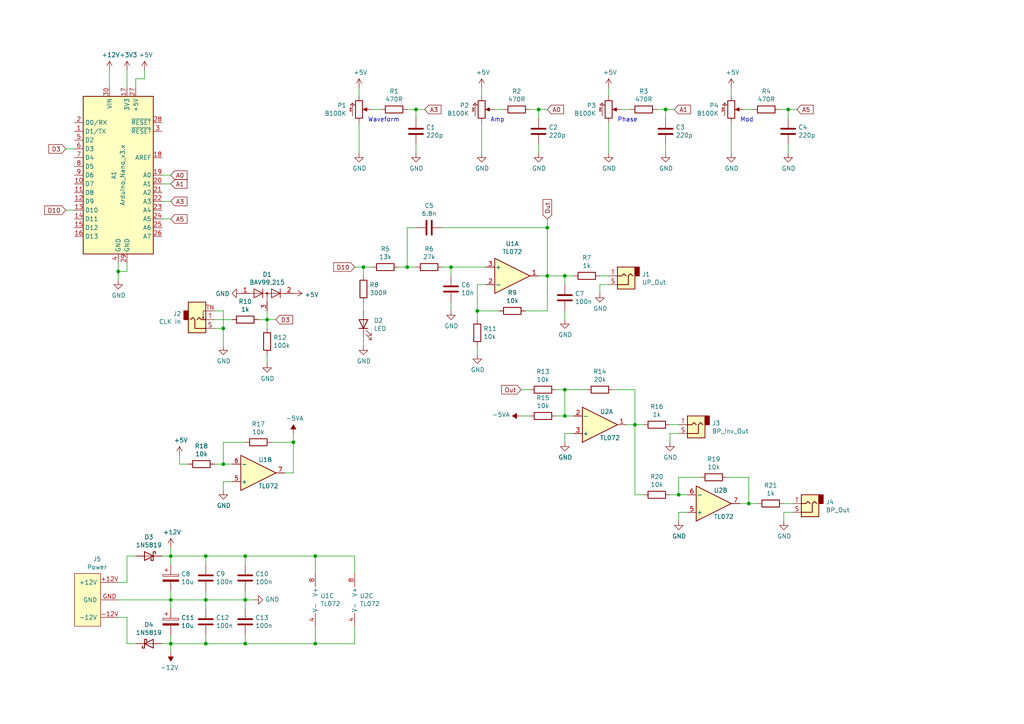
<source format=kicad_sch>
(kicad_sch (version 20211123) (generator eeschema)
  (paper "A4")
  (lib_symbols
    (symbol "Amplifier_Operational:TL072" (pin_names (offset 0.127))
      (property "Reference" "U" (at 0 5.08 0))
      (property "Value" "TL072" (at 0 -5.08 0))
      (symbol "TL072_1_1"
        (polyline (pts (xy -5.08 5.08) (xy 5.08 0) (xy -5.08 -5.08) (xy -5.08 5.08)) (stroke (width 0.254)) (fill (type background)))
        (pin output line (at 7.62 0 180) (length 2.54) (name "~") (number "1"))
        (pin input line (at -7.62 -2.54 0) (length 2.54) (name "-") (number "2"))
        (pin input line (at -7.62 2.54 0) (length 2.54) (name "+") (number "3"))
      )
      (symbol "TL072_2_1"
        (polyline (pts (xy -5.08 5.08) (xy 5.08 0) (xy -5.08 -5.08) (xy -5.08 5.08)) (stroke (width 0.254)) (fill (type background)))
        (pin input line (at -7.62 2.54 0) (length 2.54) (name "+") (number "5"))
        (pin input line (at -7.62 -2.54 0) (length 2.54) (name "-") (number "6"))
        (pin output line (at 7.62 0 180) (length 2.54) (name "~") (number "7"))
      )
      (symbol "TL072_3_1"
        (pin power_in line (at -2.54 -7.62 90) (length 3.81) (name "V-") (number "4"))
        (pin power_in line (at -2.54 7.62 270) (length 3.81) (name "V+") (number "8"))
      )
    )
    (symbol "Connector:AudioJack2"
      (property "Reference" "J" (at 0 8.89 0))
      (property "Value" "AudioJack2" (at 0 6.35 0))
      (symbol "AudioJack2_0_1"
        (rectangle (start -3.81 0) (end -2.54 -2.54) (stroke (width 0.254)) (fill (type outline)))
        (rectangle (start -2.54 3.81) (end 2.54 -2.54) (stroke (width 0.254)) (fill (type background)))
        (polyline (pts (xy 0 0) (xy 0.635 -0.635) (xy 1.27 0) (xy 2.54 0)) (stroke (width 0.254)))
        (polyline (pts (xy 2.54 2.54) (xy -0.635 2.54) (xy -0.635 0) (xy -1.27 -0.635) (xy -1.905 0)) (stroke (width 0.254)))
      )
      (symbol "AudioJack2_1_1"
        (pin passive line (at 5.08 2.54 180) (length 2.54) (name "~") (number "S"))
        (pin passive line (at 5.08 0 180) (length 2.54) (name "~") (number "T"))
      )
    )
    (symbol "Connector:AudioJack2_SwitchT"
      (property "Reference" "J" (at 0 8.89 0))
      (property "Value" "AudioJack2_SwitchT" (at 0 6.35 0))
      (symbol "AudioJack2_SwitchT_0_1"
        (rectangle (start -2.54 0) (end -3.81 -2.54) (stroke (width 0.254)) (fill (type outline)))
        (polyline (pts (xy 1.778 -0.254) (xy 2.032 -0.762)))
        (polyline (pts (xy 0 0) (xy 0.635 -0.635) (xy 1.27 0) (xy 2.54 0)) (stroke (width 0.254)))
        (polyline (pts (xy 2.54 -2.54) (xy 1.778 -2.54) (xy 1.778 -0.254) (xy 1.524 -0.762)))
        (polyline (pts (xy 2.54 2.54) (xy -0.635 2.54) (xy -0.635 0) (xy -1.27 -0.635) (xy -1.905 0)) (stroke (width 0.254)))
        (rectangle (start 2.54 3.81) (end -2.54 -5.08) (stroke (width 0.254)) (fill (type background)))
      )
      (symbol "AudioJack2_SwitchT_1_1"
        (pin passive line (at 5.08 2.54 180) (length 2.54) (name "~") (number "S"))
        (pin passive line (at 5.08 0 180) (length 2.54) (name "~") (number "T"))
        (pin passive line (at 5.08 -2.54 180) (length 2.54) (name "~") (number "TN"))
      )
    )
    (symbol "Device:C" (pin_numbers hide) (pin_names (offset 0.254))
      (property "Reference" "C" (at 0.635 2.54 0))
      (property "Value" "C" (at 0.635 -2.54 0))
      (symbol "C_0_1"
        (polyline (pts (xy -2.032 -0.762) (xy 2.032 -0.762)) (stroke (width 0.508)))
        (polyline (pts (xy -2.032 0.762) (xy 2.032 0.762)) (stroke (width 0.508)))
      )
      (symbol "C_1_1"
        (pin passive line (at 0 3.81 270) (length 2.794) (name "~") (number "1"))
        (pin passive line (at 0 -3.81 90) (length 2.794) (name "~") (number "2"))
      )
    )
    (symbol "Device:C_Polarized" (pin_numbers hide) (pin_names (offset 0.254))
      (property "Reference" "C" (at 0.635 2.54 0))
      (property "Value" "C_Polarized" (at 0.635 -2.54 0))
      (symbol "C_Polarized_0_1"
        (rectangle (start -2.286 0.508) (end 2.286 1.016))
        (polyline (pts (xy -1.778 2.286) (xy -0.762 2.286)))
        (polyline (pts (xy -1.27 2.794) (xy -1.27 1.778)))
        (rectangle (start 2.286 -0.508) (end -2.286 -1.016) (fill (type outline)))
      )
      (symbol "C_Polarized_1_1"
        (pin passive line (at 0 3.81 270) (length 2.794) (name "~") (number "1"))
        (pin passive line (at 0 -3.81 90) (length 2.794) (name "~") (number "2"))
      )
    )
    (symbol "Device:LED" (pin_numbers hide) (pin_names (offset 1.016) hide)
      (property "Reference" "D" (at 0 2.54 0))
      (property "Value" "LED" (at 0 -2.54 0))
      (symbol "LED_0_1"
        (polyline (pts (xy -1.27 -1.27) (xy -1.27 1.27)) (stroke (width 0.254)))
        (polyline (pts (xy -1.27 0) (xy 1.27 0)))
        (polyline (pts (xy 1.27 -1.27) (xy 1.27 1.27) (xy -1.27 0) (xy 1.27 -1.27)) (stroke (width 0.254)))
        (polyline (pts (xy -3.048 -0.762) (xy -4.572 -2.286) (xy -3.81 -2.286) (xy -4.572 -2.286) (xy -4.572 -1.524)))
        (polyline (pts (xy -1.778 -0.762) (xy -3.302 -2.286) (xy -2.54 -2.286) (xy -3.302 -2.286) (xy -3.302 -1.524)))
      )
      (symbol "LED_1_1"
        (pin passive line (at -3.81 0 0) (length 2.54) (name "K") (number "1"))
        (pin passive line (at 3.81 0 180) (length 2.54) (name "A") (number "2"))
      )
    )
    (symbol "Device:R" (pin_numbers hide) (pin_names (offset 0))
      (property "Reference" "R" (at 2.032 0 90))
      (property "Value" "R" (at 0 0 90))
      (symbol "R_0_1"
        (rectangle (start -1.016 -2.54) (end 1.016 2.54) (stroke (width 0.254)))
      )
      (symbol "R_1_1"
        (pin passive line (at 0 3.81 270) (length 1.27) (name "~") (number "1"))
        (pin passive line (at 0 -3.81 90) (length 1.27) (name "~") (number "2"))
      )
    )
    (symbol "Device_Additional:R_POT" (pin_names (offset 1.016))
      (property "Reference" "P" (at -5.715 0 90))
      (property "Value" "R_POT" (at -3.81 0 90))
      (symbol "R_POT_0_0"
        (text "cw" (at -2.54 0 900) (effects (font (size 0.635 0.635))))
      )
      (symbol "R_POT_0_1"
        (polyline (pts (xy -1.905 -1.905) (xy -1.905 1.905) (xy -2.54 1.27) (xy -1.27 1.27) (xy -1.905 1.905)))
      )
      (symbol "R_POT_1_1"
        (polyline (pts (xy 2.54 0) (xy 1.524 0)))
        (polyline (pts (xy 1.143 0) (xy 2.286 0.508) (xy 2.286 -0.508) (xy 1.143 0)) (fill (type outline)))
        (rectangle (start 1.016 2.54) (end -1.016 -2.54) (stroke (width 0.254)))
        (pin passive line (at 0 -3.81 90) (length 1.27) (name "CCW") (number "CCW"))
        (pin passive line (at 0 3.81 270) (length 1.27) (name "CW") (number "CW"))
        (pin passive line (at 3.81 0 180) (length 1.27) (name "W") (number "W"))
      )
    )
    (symbol "Diode:1N5817" (pin_numbers hide) (pin_names (offset 1.016) hide)
      (property "Reference" "D" (at 0 2.54 0))
      (property "Value" "1N5817" (at 0 -2.54 0))
      (symbol "1N5817_0_1"
        (polyline (pts (xy 1.27 0) (xy -1.27 0)))
        (polyline (pts (xy 1.27 1.27) (xy 1.27 -1.27) (xy -1.27 0) (xy 1.27 1.27)) (stroke (width 0.254)))
        (polyline (pts (xy -1.905 0.635) (xy -1.905 1.27) (xy -1.27 1.27) (xy -1.27 -1.27) (xy -0.635 -1.27) (xy -0.635 -0.635)) (stroke (width 0.254)))
      )
      (symbol "1N5817_1_1"
        (pin passive line (at -3.81 0 0) (length 2.54) (name "K") (number "1"))
        (pin passive line (at 3.81 0 180) (length 2.54) (name "A") (number "2"))
      )
    )
    (symbol "Diode:BAV99" (pin_names hide)
      (property "Reference" "D" (at 0 5.08 0))
      (property "Value" "BAV99" (at 0 2.54 0))
      (symbol "BAV99_0_1"
        (polyline (pts (xy -5.08 0) (xy 5.08 0)))
      )
      (symbol "BAV99_1_1"
        (polyline (pts (xy 0 0) (xy 0 -2.54)))
        (polyline (pts (xy -1.27 -1.27) (xy -1.27 1.27) (xy -1.27 1.27)) (stroke (width 0.2032)))
        (polyline (pts (xy 3.81 1.27) (xy 3.81 -1.27) (xy 3.81 -1.27)) (stroke (width 0.2032)))
        (polyline (pts (xy -3.81 1.27) (xy -1.27 0) (xy -3.81 -1.27) (xy -3.81 1.27) (xy -3.81 1.27) (xy -3.81 1.27)) (stroke (width 0.2032)))
        (polyline (pts (xy 1.27 1.27) (xy 3.81 0) (xy 1.27 -1.27) (xy 1.27 1.27) (xy 1.27 1.27) (xy 1.27 1.27)) (stroke (width 0.2032)))
        (circle (center 0 0) (radius 0.254) (fill (type outline)))
        (pin passive line (at -7.62 0 0) (length 2.54) (name "K") (number "1"))
        (pin passive line (at 7.62 0 180) (length 2.54) (name "A") (number "2"))
        (pin passive line (at 0 -5.08 90) (length 2.54) (name "K") (number "3"))
      )
    )
    (symbol "Eurorack_Synth:Power_2x5" (pin_names (offset 1.016))
      (property "Reference" "J" (at 0 10.16 0))
      (property "Value" "Power_2x5" (at 0 8.89 0))
      (symbol "Power_2x5_0_1"
        (rectangle (start 3.81 7.62) (end -3.81 -7.62) (fill (type background)))
      )
      (symbol "Power_2x5_1_1"
        (pin power_out line (at 8.89 5.08 180) (length 5.08) (name "+12V") (number "+12V"))
        (pin power_out line (at 8.89 -5.08 180) (length 5.08) (name "-12V") (number "-12V"))
        (pin power_out line (at 8.89 0 180) (length 5.08) (name "GND") (number "GND"))
      )
    )
    (symbol "MCU_Module:Arduino_Nano_v3.x"
      (property "Reference" "A" (at -10.16 23.495 0))
      (property "Value" "Arduino_Nano_v3.x" (at 5.08 -24.13 0))
      (symbol "Arduino_Nano_v3.x_0_1"
        (rectangle (start -10.16 22.86) (end 10.16 -22.86) (stroke (width 0.254)) (fill (type background)))
      )
      (symbol "Arduino_Nano_v3.x_1_1"
        (pin bidirectional line (at -12.7 12.7 0) (length 2.54) (name "D1/TX") (number "1"))
        (pin bidirectional line (at -12.7 -2.54 0) (length 2.54) (name "D7") (number "10"))
        (pin bidirectional line (at -12.7 -5.08 0) (length 2.54) (name "D8") (number "11"))
        (pin bidirectional line (at -12.7 -7.62 0) (length 2.54) (name "D9") (number "12"))
        (pin bidirectional line (at -12.7 -10.16 0) (length 2.54) (name "D10") (number "13"))
        (pin bidirectional line (at -12.7 -12.7 0) (length 2.54) (name "D11") (number "14"))
        (pin bidirectional line (at -12.7 -15.24 0) (length 2.54) (name "D12") (number "15"))
        (pin bidirectional line (at -12.7 -17.78 0) (length 2.54) (name "D13") (number "16"))
        (pin power_out line (at 2.54 25.4 270) (length 2.54) (name "3V3") (number "17"))
        (pin input line (at 12.7 5.08 180) (length 2.54) (name "AREF") (number "18"))
        (pin bidirectional line (at 12.7 0 180) (length 2.54) (name "A0") (number "19"))
        (pin bidirectional line (at -12.7 15.24 0) (length 2.54) (name "D0/RX") (number "2"))
        (pin bidirectional line (at 12.7 -2.54 180) (length 2.54) (name "A1") (number "20"))
        (pin bidirectional line (at 12.7 -5.08 180) (length 2.54) (name "A2") (number "21"))
        (pin bidirectional line (at 12.7 -7.62 180) (length 2.54) (name "A3") (number "22"))
        (pin bidirectional line (at 12.7 -10.16 180) (length 2.54) (name "A4") (number "23"))
        (pin bidirectional line (at 12.7 -12.7 180) (length 2.54) (name "A5") (number "24"))
        (pin bidirectional line (at 12.7 -15.24 180) (length 2.54) (name "A6") (number "25"))
        (pin bidirectional line (at 12.7 -17.78 180) (length 2.54) (name "A7") (number "26"))
        (pin power_out line (at 5.08 25.4 270) (length 2.54) (name "+5V") (number "27"))
        (pin input line (at 12.7 15.24 180) (length 2.54) (name "~{RESET}") (number "28"))
        (pin power_in line (at 2.54 -25.4 90) (length 2.54) (name "GND") (number "29"))
        (pin input line (at 12.7 12.7 180) (length 2.54) (name "~{RESET}") (number "3"))
        (pin power_in line (at -2.54 25.4 270) (length 2.54) (name "VIN") (number "30"))
        (pin power_in line (at 0 -25.4 90) (length 2.54) (name "GND") (number "4"))
        (pin bidirectional line (at -12.7 10.16 0) (length 2.54) (name "D2") (number "5"))
        (pin bidirectional line (at -12.7 7.62 0) (length 2.54) (name "D3") (number "6"))
        (pin bidirectional line (at -12.7 5.08 0) (length 2.54) (name "D4") (number "7"))
        (pin bidirectional line (at -12.7 2.54 0) (length 2.54) (name "D5") (number "8"))
        (pin bidirectional line (at -12.7 0 0) (length 2.54) (name "D6") (number "9"))
      )
    )
    (symbol "power:+12V" (power) (pin_names (offset 0))
      (property "Value" "+12V" (at 0 3.556 0))
      (symbol "+12V_0_1"
        (polyline (pts (xy -0.762 1.27) (xy 0 2.54)))
        (polyline (pts (xy 0 0) (xy 0 2.54)))
        (polyline (pts (xy 0 2.54) (xy 0.762 1.27)))
      )
      (symbol "+12V_1_1"
        (pin power_in line (at 0 0 90) (length 0) hide (name "+12V") (number "1"))
      )
    )
    (symbol "power:+3.3V" (power) (pin_names (offset 0))
      (property "Value" "+3.3V" (at 0 3.556 0))
      (symbol "+3.3V_0_1"
        (polyline (pts (xy -0.762 1.27) (xy 0 2.54)))
        (polyline (pts (xy 0 0) (xy 0 2.54)))
        (polyline (pts (xy 0 2.54) (xy 0.762 1.27)))
      )
      (symbol "+3.3V_1_1"
        (pin power_in line (at 0 0 90) (length 0) hide (name "+3V3") (number "1"))
      )
    )
    (symbol "power:+5V" (power) (pin_names (offset 0))
      (property "Value" "+5V" (at 0 3.556 0))
      (symbol "+5V_0_1"
        (polyline (pts (xy -0.762 1.27) (xy 0 2.54)))
        (polyline (pts (xy 0 0) (xy 0 2.54)))
        (polyline (pts (xy 0 2.54) (xy 0.762 1.27)))
      )
      (symbol "+5V_1_1"
        (pin power_in line (at 0 0 90) (length 0) hide (name "+5V") (number "1"))
      )
    )
    (symbol "power:-12V" (power) (pin_names (offset 0))
      (property "Value" "-12V" (at 0 3.81 0))
      (symbol "-12V_0_0"
        (pin power_in line (at 0 0 90) (length 0) hide (name "-12V") (number "1"))
      )
      (symbol "-12V_0_1"
        (polyline (pts (xy 0 0) (xy 0 1.27) (xy 0.762 1.27) (xy 0 2.54) (xy -0.762 1.27) (xy 0 1.27)) (fill (type outline)))
      )
    )
    (symbol "power:-5VA" (power) (pin_names (offset 0))
      (property "Value" "-5VA" (at 0 3.81 0))
      (symbol "-5VA_0_0"
        (pin power_in line (at 0 0 90) (length 0) hide (name "-5VA") (number "1"))
      )
      (symbol "-5VA_0_1"
        (polyline (pts (xy 0 0) (xy 0 1.27) (xy 0.762 1.27) (xy 0 2.54) (xy -0.762 1.27) (xy 0 1.27)) (fill (type outline)))
      )
    )
    (symbol "power:GND" (power) (pin_names (offset 0))
      (property "Value" "GND" (at 0 -3.81 0))
      (symbol "GND_0_1"
        (polyline (pts (xy 0 0) (xy 0 -1.27) (xy 1.27 -1.27) (xy 0 -2.54) (xy -1.27 -1.27) (xy 0 -1.27)))
      )
      (symbol "GND_1_1"
        (pin power_in line (at 0 0 270) (length 0) hide (name "GND") (number "1"))
      )
    )
  )
  (junction (at 193.04 31.75))
  (junction (at 71.12 186.69))
  (junction (at 196.85 143.51))
  (junction (at 163.83 80.01))
  (junction (at 158.75 80.01))
  (junction (at 105.41 77.47))
  (junction (at 118.11 77.47))
  (junction (at 156.21 31.75))
  (junction (at 71.12 173.99))
  (junction (at 91.44 161.29))
  (junction (at 163.83 113.03))
  (junction (at 49.53 186.69))
  (junction (at 71.12 161.29))
  (junction (at 217.17 146.05))
  (junction (at 34.29 78.74))
  (junction (at 184.15 123.19))
  (junction (at 228.6 31.75))
  (junction (at 64.77 134.62))
  (junction (at 120.65 31.75))
  (junction (at 49.53 173.99))
  (junction (at 64.77 95.25))
  (junction (at 59.69 186.69))
  (junction (at 85.09 128.27))
  (junction (at 59.69 161.29))
  (junction (at 49.53 161.29))
  (junction (at 158.75 66.04))
  (junction (at 59.69 173.99))
  (junction (at 130.81 77.47))
  (junction (at 91.44 186.69))
  (junction (at 77.47 92.71))
  (junction (at 138.43 90.17))
  (junction (at 163.83 120.65))
  (wire (pts (xy 152.4 90.17) (xy 158.75 90.17)))
  (wire (pts (xy 36.83 25.4) (xy 36.83 20.32)))
  (wire (pts (xy 226.06 31.75) (xy 228.6 31.75)))
  (wire (pts (xy 39.37 186.69) (xy 36.83 186.69)))
  (wire (pts (xy 196.85 138.43) (xy 203.2 138.43)))
  (wire (pts (xy 73.66 173.99) (xy 71.12 173.99)))
  (wire (pts (xy 105.41 97.79) (xy 105.41 100.33)))
  (wire (pts (xy 34.29 78.74) (xy 34.29 81.28)))
  (wire (pts (xy 46.99 63.5) (xy 49.53 63.5)))
  (wire (pts (xy 228.6 41.91) (xy 228.6 44.45)))
  (wire (pts (xy 186.69 123.19) (xy 184.15 123.19)))
  (wire (pts (xy 156.21 31.75) (xy 156.21 34.29)))
  (wire (pts (xy 144.78 90.17) (xy 138.43 90.17)))
  (wire (pts (xy 59.69 161.29) (xy 59.69 163.83)))
  (wire (pts (xy 151.13 120.65) (xy 153.67 120.65)))
  (wire (pts (xy 229.87 148.59) (xy 227.33 148.59)))
  (wire (pts (xy 59.69 184.15) (xy 59.69 186.69)))
  (wire (pts (xy 196.85 123.19) (xy 194.31 123.19)))
  (wire (pts (xy 91.44 186.69) (xy 91.44 181.61)))
  (wire (pts (xy 184.15 143.51) (xy 186.69 143.51)))
  (wire (pts (xy 46.99 53.34) (xy 49.53 53.34)))
  (wire (pts (xy 59.69 161.29) (xy 71.12 161.29)))
  (wire (pts (xy 193.04 31.75) (xy 193.04 34.29)))
  (wire (pts (xy 36.83 161.29) (xy 39.37 161.29)))
  (wire (pts (xy 107.95 31.75) (xy 110.49 31.75)))
  (wire (pts (xy 158.75 80.01) (xy 156.21 80.01)))
  (wire (pts (xy 64.77 128.27) (xy 64.77 134.62)))
  (wire (pts (xy 64.77 90.17) (xy 64.77 95.25)))
  (wire (pts (xy 102.87 161.29) (xy 102.87 166.37)))
  (wire (pts (xy 228.6 31.75) (xy 231.14 31.75)))
  (wire (pts (xy 158.75 63.5) (xy 158.75 66.04)))
  (wire (pts (xy 130.81 87.63) (xy 130.81 90.17)))
  (wire (pts (xy 102.87 77.47) (xy 105.41 77.47)))
  (wire (pts (xy 49.53 186.69) (xy 49.53 184.15)))
  (wire (pts (xy 227.33 146.05) (xy 229.87 146.05)))
  (wire (pts (xy 62.23 95.25) (xy 64.77 95.25)))
  (wire (pts (xy 34.29 173.99) (xy 49.53 173.99)))
  (wire (pts (xy 71.12 171.45) (xy 71.12 173.99)))
  (wire (pts (xy 64.77 128.27) (xy 71.12 128.27)))
  (wire (pts (xy 161.29 113.03) (xy 163.83 113.03)))
  (wire (pts (xy 71.12 161.29) (xy 71.12 163.83)))
  (wire (pts (xy 196.85 143.51) (xy 196.85 138.43)))
  (wire (pts (xy 217.17 146.05) (xy 214.63 146.05)))
  (wire (pts (xy 49.53 173.99) (xy 59.69 173.99)))
  (wire (pts (xy 64.77 95.25) (xy 64.77 100.33)))
  (wire (pts (xy 143.51 31.75) (xy 146.05 31.75)))
  (wire (pts (xy 138.43 90.17) (xy 138.43 92.71)))
  (wire (pts (xy 163.83 120.65) (xy 166.37 120.65)))
  (wire (pts (xy 139.7 25.4) (xy 139.7 27.94)))
  (wire (pts (xy 71.12 184.15) (xy 71.12 186.69)))
  (wire (pts (xy 130.81 77.47) (xy 130.81 80.01)))
  (wire (pts (xy 52.07 134.62) (xy 54.61 134.62)))
  (wire (pts (xy 34.29 168.91) (xy 36.83 168.91)))
  (wire (pts (xy 80.01 92.71) (xy 77.47 92.71)))
  (wire (pts (xy 138.43 82.55) (xy 138.43 90.17)))
  (wire (pts (xy 19.05 43.18) (xy 21.59 43.18)))
  (wire (pts (xy 140.97 82.55) (xy 138.43 82.55)))
  (wire (pts (xy 120.65 66.04) (xy 118.11 66.04)))
  (wire (pts (xy 104.14 25.4) (xy 104.14 27.94)))
  (wire (pts (xy 49.53 161.29) (xy 49.53 163.83)))
  (wire (pts (xy 199.39 148.59) (xy 196.85 148.59)))
  (wire (pts (xy 34.29 76.2) (xy 34.29 78.74)))
  (wire (pts (xy 49.53 158.75) (xy 49.53 161.29)))
  (wire (pts (xy 34.29 78.74) (xy 36.83 78.74)))
  (wire (pts (xy 46.99 50.8) (xy 49.53 50.8)))
  (wire (pts (xy 161.29 120.65) (xy 163.83 120.65)))
  (wire (pts (xy 71.12 186.69) (xy 91.44 186.69)))
  (wire (pts (xy 77.47 90.17) (xy 77.47 92.71)))
  (wire (pts (xy 19.05 60.96) (xy 21.59 60.96)))
  (wire (pts (xy 105.41 87.63) (xy 105.41 90.17)))
  (wire (pts (xy 120.65 31.75) (xy 120.65 34.29)))
  (wire (pts (xy 64.77 139.7) (xy 64.77 142.24)))
  (wire (pts (xy 105.41 77.47) (xy 105.41 80.01)))
  (wire (pts (xy 227.33 148.59) (xy 227.33 151.13)))
  (wire (pts (xy 210.82 138.43) (xy 217.17 138.43)))
  (wire (pts (xy 36.83 186.69) (xy 36.83 179.07)))
  (wire (pts (xy 156.21 41.91) (xy 156.21 44.45)))
  (wire (pts (xy 62.23 92.71) (xy 67.31 92.71)))
  (wire (pts (xy 180.34 31.75) (xy 182.88 31.75)))
  (wire (pts (xy 67.31 139.7) (xy 64.77 139.7)))
  (wire (pts (xy 52.07 132.08) (xy 52.07 134.62)))
  (wire (pts (xy 163.83 80.01) (xy 163.83 82.55)))
  (wire (pts (xy 39.37 25.4) (xy 39.37 22.86)))
  (wire (pts (xy 153.67 31.75) (xy 156.21 31.75)))
  (wire (pts (xy 118.11 77.47) (xy 120.65 77.47)))
  (wire (pts (xy 217.17 138.43) (xy 217.17 146.05)))
  (wire (pts (xy 193.04 31.75) (xy 195.58 31.75)))
  (wire (pts (xy 158.75 66.04) (xy 158.75 80.01)))
  (wire (pts (xy 140.97 77.47) (xy 130.81 77.47)))
  (wire (pts (xy 62.23 134.62) (xy 64.77 134.62)))
  (wire (pts (xy 74.93 92.71) (xy 77.47 92.71)))
  (wire (pts (xy 62.23 90.17) (xy 64.77 90.17)))
  (wire (pts (xy 163.83 125.73) (xy 163.83 128.27)))
  (wire (pts (xy 104.14 35.56) (xy 104.14 44.45)))
  (wire (pts (xy 128.27 66.04) (xy 158.75 66.04)))
  (wire (pts (xy 91.44 161.29) (xy 91.44 166.37)))
  (wire (pts (xy 118.11 66.04) (xy 118.11 77.47)))
  (wire (pts (xy 138.43 100.33) (xy 138.43 102.87)))
  (wire (pts (xy 49.53 171.45) (xy 49.53 173.99)))
  (wire (pts (xy 176.53 80.01) (xy 173.99 80.01)))
  (wire (pts (xy 166.37 80.01) (xy 163.83 80.01)))
  (wire (pts (xy 64.77 134.62) (xy 67.31 134.62)))
  (wire (pts (xy 59.69 171.45) (xy 59.69 173.99)))
  (wire (pts (xy 49.53 173.99) (xy 49.53 176.53)))
  (wire (pts (xy 151.13 113.03) (xy 153.67 113.03)))
  (wire (pts (xy 193.04 41.91) (xy 193.04 44.45)))
  (wire (pts (xy 102.87 186.69) (xy 102.87 181.61)))
  (wire (pts (xy 85.09 137.16) (xy 82.55 137.16)))
  (wire (pts (xy 36.83 168.91) (xy 36.83 161.29)))
  (wire (pts (xy 71.12 161.29) (xy 91.44 161.29)))
  (wire (pts (xy 176.53 25.4) (xy 176.53 27.94)))
  (wire (pts (xy 77.47 92.71) (xy 77.47 95.25)))
  (wire (pts (xy 36.83 179.07) (xy 34.29 179.07)))
  (wire (pts (xy 156.21 31.75) (xy 158.75 31.75)))
  (wire (pts (xy 49.53 161.29) (xy 59.69 161.29)))
  (wire (pts (xy 184.15 123.19) (xy 184.15 143.51)))
  (wire (pts (xy 46.99 58.42) (xy 49.53 58.42)))
  (wire (pts (xy 184.15 123.19) (xy 181.61 123.19)))
  (wire (pts (xy 91.44 186.69) (xy 102.87 186.69)))
  (wire (pts (xy 217.17 146.05) (xy 219.71 146.05)))
  (wire (pts (xy 163.83 90.17) (xy 163.83 92.71)))
  (wire (pts (xy 36.83 78.74) (xy 36.83 76.2)))
  (wire (pts (xy 118.11 31.75) (xy 120.65 31.75)))
  (wire (pts (xy 177.8 113.03) (xy 184.15 113.03)))
  (wire (pts (xy 215.9 31.75) (xy 218.44 31.75)))
  (wire (pts (xy 115.57 77.47) (xy 118.11 77.47)))
  (wire (pts (xy 190.5 31.75) (xy 193.04 31.75)))
  (wire (pts (xy 91.44 161.29) (xy 102.87 161.29)))
  (wire (pts (xy 120.65 31.75) (xy 123.19 31.75)))
  (wire (pts (xy 166.37 125.73) (xy 163.83 125.73)))
  (wire (pts (xy 194.31 143.51) (xy 196.85 143.51)))
  (wire (pts (xy 85.09 125.73) (xy 85.09 128.27)))
  (wire (pts (xy 163.83 113.03) (xy 170.18 113.03)))
  (wire (pts (xy 71.12 173.99) (xy 59.69 173.99)))
  (wire (pts (xy 77.47 102.87) (xy 77.47 105.41)))
  (wire (pts (xy 105.41 77.47) (xy 107.95 77.47)))
  (wire (pts (xy 196.85 143.51) (xy 199.39 143.51)))
  (wire (pts (xy 196.85 125.73) (xy 194.31 125.73)))
  (wire (pts (xy 212.09 25.4) (xy 212.09 27.94)))
  (wire (pts (xy 163.83 113.03) (xy 163.83 120.65)))
  (wire (pts (xy 184.15 113.03) (xy 184.15 123.19)))
  (wire (pts (xy 41.91 22.86) (xy 41.91 20.32)))
  (wire (pts (xy 39.37 22.86) (xy 41.91 22.86)))
  (wire (pts (xy 49.53 186.69) (xy 49.53 189.23)))
  (wire (pts (xy 176.53 82.55) (xy 173.99 82.55)))
  (wire (pts (xy 71.12 173.99) (xy 71.12 176.53)))
  (wire (pts (xy 176.53 35.56) (xy 176.53 44.45)))
  (wire (pts (xy 212.09 35.56) (xy 212.09 44.45)))
  (wire (pts (xy 120.65 41.91) (xy 120.65 44.45)))
  (wire (pts (xy 46.99 161.29) (xy 49.53 161.29)))
  (wire (pts (xy 173.99 82.55) (xy 173.99 85.09)))
  (wire (pts (xy 139.7 35.56) (xy 139.7 44.45)))
  (wire (pts (xy 46.99 186.69) (xy 49.53 186.69)))
  (wire (pts (xy 194.31 125.73) (xy 194.31 128.27)))
  (wire (pts (xy 163.83 80.01) (xy 158.75 80.01)))
  (wire (pts (xy 128.27 77.47) (xy 130.81 77.47)))
  (wire (pts (xy 196.85 148.59) (xy 196.85 151.13)))
  (wire (pts (xy 71.12 186.69) (xy 59.69 186.69)))
  (wire (pts (xy 158.75 90.17) (xy 158.75 80.01)))
  (wire (pts (xy 78.74 128.27) (xy 85.09 128.27)))
  (wire (pts (xy 59.69 173.99) (xy 59.69 176.53)))
  (wire (pts (xy 59.69 186.69) (xy 49.53 186.69)))
  (wire (pts (xy 85.09 128.27) (xy 85.09 137.16)))
  (wire (pts (xy 31.75 25.4) (xy 31.75 20.32)))
  (wire (pts (xy 228.6 31.75) (xy 228.6 34.29)))
  (text "Amp" (at 142.24 35.56 0) (effects (font (size 1.27 1.27)) (justify left bottom)))
  (text "Waveform" (at 106.68 35.56 0) (effects (font (size 1.27 1.27)) (justify left bottom)))
  (text "Phase" (at 179.07 35.56 0) (effects (font (size 1.27 1.27)) (justify left bottom)))
  (text "Mod" (at 214.63 35.56 0) (effects (font (size 1.27 1.27)) (justify left bottom)))
  (global_label "D3" (shape input) (at 19.05 43.18 180) (property "Intersheet References" "${INTERSHEET_REFS}" (effects hide)))
  (global_label "A1" (shape input) (at 195.58 31.75 0) (property "Intersheet References" "${INTERSHEET_REFS}" (effects hide)))
  (global_label "Out" (shape input) (at 158.75 63.5 90) (property "Intersheet References" "${INTERSHEET_REFS}" (effects hide)))
  (global_label "A0" (shape input) (at 158.75 31.75 0) (property "Intersheet References" "${INTERSHEET_REFS}" (effects hide)))
  (global_label "Out" (shape input) (at 151.13 113.03 180) (property "Intersheet References" "${INTERSHEET_REFS}" (effects hide)))
  (global_label "D3" (shape input) (at 80.01 92.71 0) (property "Intersheet References" "${INTERSHEET_REFS}" (effects hide)))
  (global_label "D10" (shape input) (at 19.05 60.96 180) (property "Intersheet References" "${INTERSHEET_REFS}" (effects hide)))
  (global_label "D10" (shape input) (at 102.87 77.47 180) (property "Intersheet References" "${INTERSHEET_REFS}" (effects hide)))
  (global_label "A3" (shape input) (at 123.19 31.75 0) (property "Intersheet References" "${INTERSHEET_REFS}" (effects hide)))
  (global_label "A5" (shape input) (at 231.14 31.75 0) (property "Intersheet References" "${INTERSHEET_REFS}" (effects hide)))
  (global_label "A0" (shape input) (at 49.53 50.8 0) (property "Intersheet References" "${INTERSHEET_REFS}" (effects hide)))
  (global_label "A1" (shape input) (at 49.53 53.34 0) (property "Intersheet References" "${INTERSHEET_REFS}" (effects hide)))
  (global_label "A5" (shape input) (at 49.53 63.5 0) (property "Intersheet References" "${INTERSHEET_REFS}" (effects hide)))
  (global_label "A3" (shape input) (at 49.53 58.42 0) (property "Intersheet References" "${INTERSHEET_REFS}" (effects hide)))
  (symbol (lib_id "MCU_Module:Arduino_Nano_v3.x") (at 34.29 50.8 0) (unit 1)
    (property "Reference" "A1" (at 33.02 50.8 90))
    (property "Value" "Arduino_Nano_v3.x" (at 35.56 50.8 90))
    (property "Footprint" "Module:Arduino_Nano" (effects hide))
    (property "Datasheet" "http://www.mouser.com/pdfdocs/Gravitech_Arduino_Nano3_0.pdf" (effects hide))
  )
  (symbol (lib_id "power:+5V") (at 41.91 20.32 0) (unit 1)
    (property "Reference" "#PWR03" (effects hide))
    (property "Value" "+5V" (at 42.291 15.9258 0))
  )
  (symbol (lib_id "power:+3.3V") (at 36.83 20.32 0) (unit 1)
    (property "Reference" "#PWR02" (effects hide))
    (property "Value" "+3.3V" (at 37.211 15.9258 0))
  )
  (symbol (lib_id "power:+12V") (at 31.75 20.32 0) (unit 1)
    (property "Reference" "#PWR01" (effects hide))
    (property "Value" "+12V" (at 32.131 15.9258 0))
  )
  (symbol (lib_id "power:GND") (at 34.29 81.28 0) (unit 1)
    (property "Reference" "#PWR016" (effects hide))
    (property "Value" "GND" (at 34.417 85.6742 0))
  )
  (symbol (lib_id "Eurorack_Synth:Power_2x5") (at 25.4 173.99 0) (unit 1)
    (property "Reference" "J5" (at 28.1432 162.179 0))
    (property "Value" "Power" (at 28.1432 164.4904 0))
    (property "Footprint" "CATs_Eurosynth_Specials:Power_2x5_Vertical" (effects hide))
  )
  (symbol (lib_id "Diode:1N5817") (at 43.18 161.29 0) (mirror y) (unit 1)
    (property "Reference" "D3" (at 43.18 155.7782 0))
    (property "Value" "1N5819" (at 43.18 158.0896 0))
    (property "Footprint" "Diode_SMD:D_SOD-323" (effects hide))
    (property "Datasheet" "http://www.vishay.com/docs/88525/1n5817.pdf" (effects hide))
    (property "LCSC" "C191023" (effects hide))
  )
  (symbol (lib_id "Diode:1N5817") (at 43.18 186.69 0) (mirror x) (unit 1)
    (property "Reference" "D4" (at 43.18 181.1782 0))
    (property "Value" "1N5819" (at 43.18 183.4896 0))
    (property "Footprint" "Diode_SMD:D_SOD-323" (effects hide))
    (property "Datasheet" "http://www.vishay.com/docs/88525/1n5817.pdf" (effects hide))
    (property "LCSC" "C191023" (effects hide))
  )
  (symbol (lib_id "Device:C_Polarized") (at 49.53 167.64 0) (unit 1)
    (property "Reference" "C8" (at 52.5272 166.4716 0) (effects (justify left)))
    (property "Value" "10u" (at 52.5272 168.783 0) (effects (justify left)))
    (property "Footprint" "Capacitor_Tantalum_SMD:CP_EIA-3216-18_Kemet-A" (effects hide))
    (property "LCSC" "C7171" (effects hide))
  )
  (symbol (lib_id "Device:C_Polarized") (at 49.53 180.34 0) (unit 1)
    (property "Reference" "C11" (at 52.5272 179.1716 0) (effects (justify left)))
    (property "Value" "10u" (at 52.5272 181.483 0) (effects (justify left)))
    (property "Footprint" "Capacitor_Tantalum_SMD:CP_EIA-3216-18_Kemet-A" (effects hide))
    (property "LCSC" "C7171" (effects hide))
  )
  (symbol (lib_id "power:+12V") (at 49.53 158.75 0) (unit 1)
    (property "Reference" "#PWR034" (effects hide))
    (property "Value" "+12V" (at 49.911 154.3558 0))
  )
  (symbol (lib_id "power:-12V") (at 49.53 189.23 180) (unit 1)
    (property "Reference" "#PWR036" (effects hide))
    (property "Value" "-12V" (at 49.149 193.6242 0))
  )
  (symbol (lib_id "Device_Additional:R_POT") (at 104.14 31.75 0) (unit 1)
    (property "Reference" "P1" (at 100.5078 30.5816 0) (effects (justify right)))
    (property "Value" "B100K" (at 100.5078 32.893 0) (effects (justify right)))
    (property "Footprint" "Potentiometer_THT_Additional:Potentiometer_AlpsAlpine_RK09L1140_wo_Fix" (effects hide))
  )
  (symbol (lib_id "Device:R") (at 114.3 31.75 270) (unit 1)
    (property "Reference" "R1" (at 114.3 26.4922 90))
    (property "Value" "470R" (at 114.3 28.8036 90))
    (property "Footprint" "Resistor_SMD:R_0402_1005Metric" (effects hide))
    (property "LCSC" "C25117" (effects hide))
  )
  (symbol (lib_id "Device:C") (at 120.65 38.1 0) (unit 1)
    (property "Reference" "C1" (at 123.571 36.9316 0) (effects (justify left)))
    (property "Value" "220p" (at 123.571 39.243 0) (effects (justify left)))
    (property "Footprint" "Capacitor_SMD:C_0402_1005Metric" (effects hide))
    (property "LCSC" "C1530" (effects hide))
  )
  (symbol (lib_id "power:GND") (at 120.65 44.45 0) (unit 1)
    (property "Reference" "#PWR09" (effects hide))
    (property "Value" "GND" (at 120.777 48.8442 0))
  )
  (symbol (lib_id "power:GND") (at 104.14 44.45 0) (unit 1)
    (property "Reference" "#PWR08" (effects hide))
    (property "Value" "GND" (at 104.267 48.8442 0))
  )
  (symbol (lib_id "power:+5V") (at 104.14 25.4 0) (unit 1)
    (property "Reference" "#PWR04" (effects hide))
    (property "Value" "+5V" (at 104.521 21.0058 0))
  )
  (symbol (lib_id "Device_Additional:R_POT") (at 139.7 31.75 0) (unit 1)
    (property "Reference" "P2" (at 136.0678 30.5816 0) (effects (justify right)))
    (property "Value" "B100K" (at 136.0678 32.893 0) (effects (justify right)))
    (property "Footprint" "Potentiometer_THT_Additional:Potentiometer_AlpsAlpine_RK09L1140" (effects hide))
  )
  (symbol (lib_id "Device:R") (at 149.86 31.75 270) (unit 1)
    (property "Reference" "R2" (at 149.86 26.4922 90))
    (property "Value" "470R" (at 149.86 28.8036 90))
    (property "Footprint" "Resistor_SMD:R_0402_1005Metric" (effects hide))
    (property "LCSC" "C25117" (effects hide))
  )
  (symbol (lib_id "Device:C") (at 156.21 38.1 0) (unit 1)
    (property "Reference" "C2" (at 159.131 36.9316 0) (effects (justify left)))
    (property "Value" "220p" (at 159.131 39.243 0) (effects (justify left)))
    (property "Footprint" "Capacitor_SMD:C_0402_1005Metric" (effects hide))
    (property "LCSC" "C1530" (effects hide))
  )
  (symbol (lib_id "power:GND") (at 156.21 44.45 0) (unit 1)
    (property "Reference" "#PWR011" (effects hide))
    (property "Value" "GND" (at 156.337 48.8442 0))
  )
  (symbol (lib_id "power:GND") (at 139.7 44.45 0) (unit 1)
    (property "Reference" "#PWR010" (effects hide))
    (property "Value" "GND" (at 139.827 48.8442 0))
  )
  (symbol (lib_id "power:+5V") (at 139.7 25.4 0) (unit 1)
    (property "Reference" "#PWR05" (effects hide))
    (property "Value" "+5V" (at 140.081 21.0058 0))
  )
  (symbol (lib_id "Device_Additional:R_POT") (at 176.53 31.75 0) (unit 1)
    (property "Reference" "P3" (at 172.8978 30.5816 0) (effects (justify right)))
    (property "Value" "B100K" (at 172.8978 32.893 0) (effects (justify right)))
    (property "Footprint" "Potentiometer_THT_Additional:Potentiometer_AlpsAlpine_RK09L1140_wo_Fix" (effects hide))
  )
  (symbol (lib_id "Device:R") (at 186.69 31.75 270) (unit 1)
    (property "Reference" "R3" (at 186.69 26.4922 90))
    (property "Value" "470R" (at 186.69 28.8036 90))
    (property "Footprint" "Resistor_SMD:R_0402_1005Metric" (effects hide))
    (property "LCSC" "C25117" (effects hide))
  )
  (symbol (lib_id "Device:C") (at 193.04 38.1 0) (unit 1)
    (property "Reference" "C3" (at 195.961 36.9316 0) (effects (justify left)))
    (property "Value" "220p" (at 195.961 39.243 0) (effects (justify left)))
    (property "Footprint" "Capacitor_SMD:C_0402_1005Metric" (effects hide))
    (property "LCSC" "C1530" (effects hide))
  )
  (symbol (lib_id "power:GND") (at 193.04 44.45 0) (unit 1)
    (property "Reference" "#PWR013" (effects hide))
    (property "Value" "GND" (at 193.167 48.8442 0))
  )
  (symbol (lib_id "power:GND") (at 176.53 44.45 0) (unit 1)
    (property "Reference" "#PWR012" (effects hide))
    (property "Value" "GND" (at 176.657 48.8442 0))
  )
  (symbol (lib_id "power:+5V") (at 176.53 25.4 0) (unit 1)
    (property "Reference" "#PWR06" (effects hide))
    (property "Value" "+5V" (at 176.911 21.0058 0))
  )
  (symbol (lib_id "Device_Additional:R_POT") (at 212.09 31.75 0) (unit 1)
    (property "Reference" "P4" (at 208.4578 30.5816 0) (effects (justify right)))
    (property "Value" "B100K" (at 208.4578 32.893 0) (effects (justify right)))
    (property "Footprint" "Potentiometer_THT_Additional:Potentiometer_AlpsAlpine_RK09L1140_wo_Fix" (effects hide))
  )
  (symbol (lib_id "Device:R") (at 222.25 31.75 270) (unit 1)
    (property "Reference" "R4" (at 222.25 26.4922 90))
    (property "Value" "470R" (at 222.25 28.8036 90))
    (property "Footprint" "Resistor_SMD:R_0402_1005Metric" (effects hide))
    (property "LCSC" "C25117" (effects hide))
  )
  (symbol (lib_id "Device:C") (at 228.6 38.1 0) (unit 1)
    (property "Reference" "C4" (at 231.521 36.9316 0) (effects (justify left)))
    (property "Value" "220p" (at 231.521 39.243 0) (effects (justify left)))
    (property "Footprint" "Capacitor_SMD:C_0402_1005Metric" (effects hide))
    (property "LCSC" "C1530" (effects hide))
  )
  (symbol (lib_id "power:GND") (at 228.6 44.45 0) (unit 1)
    (property "Reference" "#PWR015" (effects hide))
    (property "Value" "GND" (at 228.727 48.8442 0))
  )
  (symbol (lib_id "power:GND") (at 212.09 44.45 0) (unit 1)
    (property "Reference" "#PWR014" (effects hide))
    (property "Value" "GND" (at 212.217 48.8442 0))
  )
  (symbol (lib_id "power:+5V") (at 212.09 25.4 0) (unit 1)
    (property "Reference" "#PWR07" (effects hide))
    (property "Value" "+5V" (at 212.471 21.0058 0))
  )
  (symbol (lib_id "Connector:AudioJack2_SwitchT") (at 57.15 92.71 0) (mirror x) (unit 1)
    (property "Reference" "J2" (at 52.578 91.0082 0) (effects (justify right)))
    (property "Value" "CLK In" (at 52.578 93.3196 0) (effects (justify right)))
    (property "Footprint" "Connector_Audio_QingPu:Jack_3.5mm_QingPu_WQP-PJ301M-12" (effects hide))
  )
  (symbol (lib_id "power:GND") (at 64.77 100.33 0) (unit 1)
    (property "Reference" "#PWR022" (effects hide))
    (property "Value" "GND" (at 64.897 104.7242 0))
  )
  (symbol (lib_id "Device:R") (at 71.12 92.71 270) (unit 1)
    (property "Reference" "R10" (at 71.12 87.4522 90))
    (property "Value" "1k" (at 71.12 89.7636 90))
    (property "Footprint" "Resistor_SMD:R_0402_1005Metric" (effects hide))
    (property "LCSC" "C11702" (effects hide))
  )
  (symbol (lib_id "Device:R") (at 77.47 99.06 180) (unit 1)
    (property "Reference" "R12" (at 79.248 97.8916 0) (effects (justify right)))
    (property "Value" "100k" (at 79.248 100.203 0) (effects (justify right)))
    (property "Footprint" "Resistor_SMD:R_0402_1005Metric" (effects hide))
    (property "LCSC" "C25741" (effects hide))
  )
  (symbol (lib_id "power:GND") (at 77.47 105.41 0) (unit 1)
    (property "Reference" "#PWR025" (effects hide))
    (property "Value" "GND" (at 77.597 109.8042 0))
  )
  (symbol (lib_id "Diode:BAV99") (at 77.47 85.09 0) (unit 1)
    (property "Reference" "D1" (at 77.47 79.6036 0))
    (property "Value" "BAV99,215" (at 77.47 81.915 0))
    (property "Footprint" "Package_TO_SOT_SMD:SOT-23" (effects hide))
    (property "Datasheet" "https://assets.nexperia.com/documents/data-sheet/BAV99_SER.pdf" (effects hide))
    (property "LCSC" "C2500" (effects hide))
  )
  (symbol (lib_id "power:GND") (at 69.85 85.09 270) (unit 1)
    (property "Reference" "#PWR017" (effects hide))
    (property "Value" "GND" (at 66.5988 85.217 90) (effects (justify right)))
  )
  (symbol (lib_id "power:+5V") (at 85.09 85.09 270) (unit 1)
    (property "Reference" "#PWR018" (effects hide))
    (property "Value" "+5V" (at 88.3412 85.471 90) (effects (justify left)))
  )
  (symbol (lib_id "Device:R") (at 111.76 77.47 270) (unit 1)
    (property "Reference" "R5" (at 111.76 72.2122 90))
    (property "Value" "13k" (at 111.76 74.5236 90))
    (property "Footprint" "Resistor_SMD:R_0603_1608Metric" (effects hide))
    (property "LCSC" "C22797" (effects hide))
  )
  (symbol (lib_id "Device:R") (at 124.46 77.47 270) (unit 1)
    (property "Reference" "R6" (at 124.46 72.2122 90))
    (property "Value" "27k" (at 124.46 74.5236 90))
    (property "Footprint" "Resistor_SMD:R_0402_1005Metric" (effects hide))
    (property "LCSC" "C25771" (effects hide))
  )
  (symbol (lib_id "Device:C") (at 124.46 66.04 270) (unit 1)
    (property "Reference" "C5" (at 124.46 59.6392 90))
    (property "Value" "6.8n" (at 124.46 61.9506 90))
    (property "Footprint" "Capacitor_SMD:C_0402_1005Metric" (effects hide))
    (property "LCSC" "C1542" (effects hide))
  )
  (symbol (lib_id "Device:C") (at 130.81 83.82 180) (unit 1)
    (property "Reference" "C6" (at 133.731 82.6516 0) (effects (justify right)))
    (property "Value" "10n" (at 133.731 84.963 0) (effects (justify right)))
    (property "Footprint" "Capacitor_SMD:C_0402_1005Metric" (effects hide))
    (property "LCSC" "C15195" (effects hide))
  )
  (symbol (lib_id "power:GND") (at 130.81 90.17 0) (unit 1)
    (property "Reference" "#PWR020" (effects hide))
    (property "Value" "GND" (at 130.937 94.5642 0))
  )
  (symbol (lib_id "Amplifier_Operational:TL072") (at 148.59 80.01 0) (unit 1)
    (property "Reference" "U1" (at 148.59 70.6882 0))
    (property "Value" "TL072" (at 148.59 72.9996 0))
    (property "Footprint" "Package_SO:SOIC-8_3.9x4.9mm_P1.27mm" (effects hide))
    (property "Datasheet" "http://www.ti.com/lit/ds/symlink/tl071.pdf" (effects hide))
    (property "LCSC" "C6961" (effects hide))
  )
  (symbol (lib_id "Device:R") (at 148.59 90.17 270) (unit 1)
    (property "Reference" "R9" (at 148.59 84.9122 90))
    (property "Value" "10k" (at 148.59 87.2236 90))
    (property "Footprint" "Resistor_SMD:R_0402_1005Metric" (effects hide))
    (property "LCSC" "C25744" (effects hide))
  )
  (symbol (lib_id "Device:R") (at 138.43 96.52 180) (unit 1)
    (property "Reference" "R11" (at 140.208 95.3516 0) (effects (justify right)))
    (property "Value" "10k" (at 140.208 97.663 0) (effects (justify right)))
    (property "Footprint" "Resistor_SMD:R_0402_1005Metric" (effects hide))
    (property "LCSC" "C25744" (effects hide))
  )
  (symbol (lib_id "power:GND") (at 138.43 102.87 0) (unit 1)
    (property "Reference" "#PWR024" (effects hide))
    (property "Value" "GND" (at 138.557 107.2642 0))
  )
  (symbol (lib_id "Device:C") (at 163.83 86.36 180) (unit 1)
    (property "Reference" "C7" (at 166.751 85.1916 0) (effects (justify right)))
    (property "Value" "100n" (at 166.751 87.503 0) (effects (justify right)))
    (property "Footprint" "Capacitor_SMD:C_0402_1005Metric" (effects hide))
    (property "LCSC" "C1525" (effects hide))
  )
  (symbol (lib_id "Device:R") (at 170.18 80.01 270) (unit 1)
    (property "Reference" "R7" (at 170.18 74.7522 90))
    (property "Value" "1k" (at 170.18 77.0636 90))
    (property "Footprint" "Resistor_SMD:R_0402_1005Metric" (effects hide))
    (property "LCSC" "C11702" (effects hide))
  )
  (symbol (lib_id "power:GND") (at 163.83 92.71 0) (unit 1)
    (property "Reference" "#PWR021" (effects hide))
    (property "Value" "GND" (at 163.957 97.1042 0))
  )
  (symbol (lib_id "Connector:AudioJack2") (at 181.61 80.01 180) (unit 1)
    (property "Reference" "J1" (at 186.182 79.5782 0) (effects (justify right)))
    (property "Value" "UP_Out" (at 186.182 81.8896 0) (effects (justify right)))
    (property "Footprint" "Connector_Audio_QingPu:Jack_3.5mm_QingPu_WQP-PJ301M-12" (effects hide))
  )
  (symbol (lib_id "power:GND") (at 173.99 85.09 0) (unit 1)
    (property "Reference" "#PWR019" (effects hide))
    (property "Value" "GND" (at 174.117 89.4842 0))
  )
  (symbol (lib_id "Amplifier_Operational:TL072") (at 93.98 173.99 0) (unit 3)
    (property "Reference" "U1" (at 92.9132 172.8216 0) (effects (justify left)))
    (property "Value" "TL072" (at 92.9132 175.133 0) (effects (justify left)))
    (property "Footprint" "Package_SO:SOIC-8_3.9x4.9mm_P1.27mm" (effects hide))
    (property "Datasheet" "http://www.ti.com/lit/ds/symlink/tl071.pdf" (effects hide))
    (property "LCSC" "C6961" (effects hide))
  )
  (symbol (lib_id "Device:C") (at 59.69 167.64 180) (unit 1)
    (property "Reference" "C9" (at 62.611 166.4716 0) (effects (justify right)))
    (property "Value" "100n" (at 62.611 168.783 0) (effects (justify right)))
    (property "Footprint" "Capacitor_SMD:C_0402_1005Metric" (effects hide))
    (property "LCSC" "C1525" (effects hide))
  )
  (symbol (lib_id "Device:C") (at 59.69 180.34 180) (unit 1)
    (property "Reference" "C12" (at 62.611 179.1716 0) (effects (justify right)))
    (property "Value" "100n" (at 62.611 181.483 0) (effects (justify right)))
    (property "Footprint" "Capacitor_SMD:C_0402_1005Metric" (effects hide))
    (property "LCSC" "C1525" (effects hide))
  )
  (symbol (lib_id "power:GND") (at 73.66 173.99 90) (unit 1)
    (property "Reference" "#PWR035" (effects hide))
    (property "Value" "GND" (at 76.9112 173.863 90) (effects (justify right)))
  )
  (symbol (lib_id "power:+5V") (at 52.07 132.08 0) (unit 1)
    (property "Reference" "#PWR030" (effects hide))
    (property "Value" "+5V" (at 52.451 127.6858 0))
  )
  (symbol (lib_id "Device:R") (at 58.42 134.62 270) (unit 1)
    (property "Reference" "R18" (at 58.42 129.3622 90))
    (property "Value" "10k" (at 58.42 131.6736 90))
    (property "Footprint" "Resistor_SMD:R_0402_1005Metric" (effects hide))
    (property "LCSC" "C25744" (effects hide))
  )
  (symbol (lib_id "Amplifier_Operational:TL072") (at 74.93 137.16 0) (mirror x) (unit 2)
    (property "Reference" "U1" (at 74.93 133.35 0) (effects (justify left)))
    (property "Value" "TL072" (at 74.93 140.97 0) (effects (justify left)))
    (property "Footprint" "Package_SO:SOIC-8_3.9x4.9mm_P1.27mm" (effects hide))
    (property "Datasheet" "http://www.ti.com/lit/ds/symlink/tl071.pdf" (effects hide))
    (property "LCSC" "C6961" (effects hide))
  )
  (symbol (lib_id "power:GND") (at 64.77 142.24 0) (unit 1)
    (property "Reference" "#PWR031" (effects hide))
    (property "Value" "GND" (at 64.897 146.6342 0))
  )
  (symbol (lib_id "Device:R") (at 74.93 128.27 270) (unit 1)
    (property "Reference" "R17" (at 74.93 123.0122 90))
    (property "Value" "10k" (at 74.93 125.3236 90))
    (property "Footprint" "Resistor_SMD:R_0402_1005Metric" (effects hide))
    (property "LCSC" "C25744" (effects hide))
  )
  (symbol (lib_id "power:-5VA") (at 85.09 125.73 0) (unit 1)
    (property "Reference" "#PWR027" (effects hide))
    (property "Value" "-5VA" (at 85.471 121.3358 0))
  )
  (symbol (lib_id "Amplifier_Operational:TL072") (at 173.99 123.19 0) (mirror x) (unit 1)
    (property "Reference" "U2" (at 173.99 119.38 0) (effects (justify left)))
    (property "Value" "TL072" (at 173.99 127 0) (effects (justify left)))
    (property "Footprint" "Package_SO:SOIC-8_3.9x4.9mm_P1.27mm" (effects hide))
    (property "Datasheet" "http://www.ti.com/lit/ds/symlink/tl071.pdf" (effects hide))
    (property "LCSC" "C6961" (effects hide))
  )
  (symbol (lib_id "Device:R") (at 157.48 120.65 270) (unit 1)
    (property "Reference" "R15" (at 157.48 115.3922 90))
    (property "Value" "10k" (at 157.48 117.7036 90))
    (property "Footprint" "Resistor_SMD:R_0402_1005Metric" (effects hide))
    (property "LCSC" "C25744" (effects hide))
  )
  (symbol (lib_id "Device:R") (at 157.48 113.03 270) (unit 1)
    (property "Reference" "R13" (at 157.48 107.7722 90))
    (property "Value" "10k" (at 157.48 110.0836 90))
    (property "Footprint" "Resistor_SMD:R_0402_1005Metric" (effects hide))
    (property "LCSC" "C25744" (effects hide))
  )
  (symbol (lib_id "Device:R") (at 173.99 113.03 270) (unit 1)
    (property "Reference" "R14" (at 173.99 107.7722 90))
    (property "Value" "20k" (at 173.99 110.0836 90))
    (property "Footprint" "Resistor_SMD:R_0402_1005Metric" (effects hide))
    (property "LCSC" "C25765" (effects hide))
  )
  (symbol (lib_id "power:GND") (at 163.83 128.27 0) (unit 1)
    (property "Reference" "#PWR028" (effects hide))
    (property "Value" "GND" (at 163.957 132.6642 0))
  )
  (symbol (lib_id "power:-5VA") (at 151.13 120.65 90) (unit 1)
    (property "Reference" "#PWR026" (effects hide))
    (property "Value" "-5VA" (at 147.9042 120.269 90) (effects (justify left)))
  )
  (symbol (lib_id "Device:R") (at 190.5 123.19 270) (unit 1)
    (property "Reference" "R16" (at 190.5 117.9322 90))
    (property "Value" "1k" (at 190.5 120.2436 90))
    (property "Footprint" "Resistor_SMD:R_0402_1005Metric" (effects hide))
    (property "LCSC" "C11702" (effects hide))
  )
  (symbol (lib_id "Connector:AudioJack2") (at 201.93 123.19 180) (unit 1)
    (property "Reference" "J3" (at 206.502 122.7582 0) (effects (justify right)))
    (property "Value" "BP_Inv_Out" (at 206.502 125.0696 0) (effects (justify right)))
    (property "Footprint" "Connector_Audio_QingPu:Jack_3.5mm_QingPu_WQP-PJ301M-12" (effects hide))
  )
  (symbol (lib_id "power:GND") (at 194.31 128.27 0) (unit 1)
    (property "Reference" "#PWR029" (effects hide))
    (property "Value" "GND" (at 194.437 132.6642 0))
  )
  (symbol (lib_id "Device:R") (at 190.5 143.51 270) (unit 1)
    (property "Reference" "R20" (at 190.5 138.2522 90))
    (property "Value" "10k" (at 190.5 140.5636 90))
    (property "Footprint" "Resistor_SMD:R_0402_1005Metric" (effects hide))
    (property "LCSC" "C25744" (effects hide))
  )
  (symbol (lib_id "Amplifier_Operational:TL072") (at 207.01 146.05 0) (mirror x) (unit 2)
    (property "Reference" "U2" (at 207.01 142.24 0) (effects (justify left)))
    (property "Value" "TL072" (at 207.01 149.86 0) (effects (justify left)))
    (property "Footprint" "Package_SO:SOIC-8_3.9x4.9mm_P1.27mm" (effects hide))
    (property "Datasheet" "http://www.ti.com/lit/ds/symlink/tl071.pdf" (effects hide))
    (property "LCSC" "C6961" (effects hide))
  )
  (symbol (lib_id "power:GND") (at 196.85 151.13 0) (unit 1)
    (property "Reference" "#PWR032" (effects hide))
    (property "Value" "GND" (at 196.977 155.5242 0))
  )
  (symbol (lib_id "Device:R") (at 207.01 138.43 270) (unit 1)
    (property "Reference" "R19" (at 207.01 133.1722 90))
    (property "Value" "10k" (at 207.01 135.4836 90))
    (property "Footprint" "Resistor_SMD:R_0402_1005Metric" (effects hide))
    (property "LCSC" "C25744" (effects hide))
  )
  (symbol (lib_id "Device:R") (at 223.52 146.05 270) (unit 1)
    (property "Reference" "R21" (at 223.52 140.7922 90))
    (property "Value" "1k" (at 223.52 143.1036 90))
    (property "Footprint" "Resistor_SMD:R_0402_1005Metric" (effects hide))
    (property "LCSC" "C11702" (effects hide))
  )
  (symbol (lib_id "Connector:AudioJack2") (at 234.95 146.05 180) (unit 1)
    (property "Reference" "J4" (at 239.522 145.6182 0) (effects (justify right)))
    (property "Value" "BP_Out" (at 239.522 147.9296 0) (effects (justify right)))
    (property "Footprint" "Connector_Audio_QingPu:Jack_3.5mm_QingPu_WQP-PJ301M-12" (effects hide))
  )
  (symbol (lib_id "power:GND") (at 227.33 151.13 0) (unit 1)
    (property "Reference" "#PWR033" (effects hide))
    (property "Value" "GND" (at 227.457 155.5242 0))
  )
  (symbol (lib_id "Device:C") (at 71.12 167.64 180) (unit 1)
    (property "Reference" "C10" (at 74.041 166.4716 0) (effects (justify right)))
    (property "Value" "100n" (at 74.041 168.783 0) (effects (justify right)))
    (property "Footprint" "Capacitor_SMD:C_0402_1005Metric" (effects hide))
    (property "LCSC" "C1525" (effects hide))
  )
  (symbol (lib_id "Device:C") (at 71.12 180.34 180) (unit 1)
    (property "Reference" "C13" (at 74.041 179.1716 0) (effects (justify right)))
    (property "Value" "100n" (at 74.041 181.483 0) (effects (justify right)))
    (property "Footprint" "Capacitor_SMD:C_0402_1005Metric" (effects hide))
    (property "LCSC" "C1525" (effects hide))
  )
  (symbol (lib_id "Amplifier_Operational:TL072") (at 105.41 173.99 0) (unit 3)
    (property "Reference" "U2" (at 104.3432 172.8216 0) (effects (justify left)))
    (property "Value" "TL072" (at 104.3432 175.133 0) (effects (justify left)))
    (property "Footprint" "Package_SO:SOIC-8_3.9x4.9mm_P1.27mm" (effects hide))
    (property "Datasheet" "http://www.ti.com/lit/ds/symlink/tl071.pdf" (effects hide))
    (property "LCSC" "C6961" (effects hide))
  )
  (symbol (lib_id "Device:R") (at 105.41 83.82 180) (unit 1)
    (property "Reference" "R8" (at 107.188 82.6516 0) (effects (justify right)))
    (property "Value" "300R" (at 107.188 84.963 0) (effects (justify right)))
    (property "Footprint" "Resistor_SMD:R_0402_1005Metric" (effects hide))
    (property "LCSC" "C25102" (effects hide))
  )
  (symbol (lib_id "Device:LED") (at 105.41 93.98 90) (unit 1)
    (property "Reference" "D2" (at 108.4072 92.9894 90) (effects (justify right)))
    (property "Value" "LED" (at 108.4072 95.3008 90) (effects (justify right)))
    (property "Footprint" "LED_THT:LED_D3.0mm" (effects hide))
  )
  (symbol (lib_id "power:GND") (at 105.41 100.33 0) (unit 1)
    (property "Reference" "#PWR023" (effects hide))
    (property "Value" "GND" (at 105.537 104.7242 0))
  )
)
</source>
